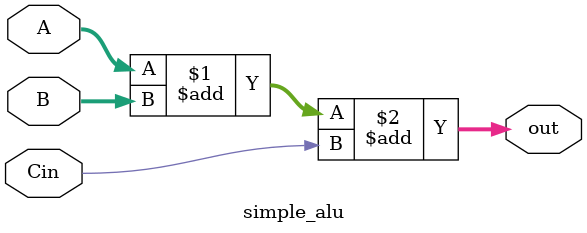
<source format=v>
`timescale 1ns / 1ps

module simple_alu(out, A, B, Cin);
    output signed [7:0] out;
    input signed [7:0] A;
    input signed [7:0] B;
    input Cin;
    assign out = A + B + Cin;
endmodule

</source>
